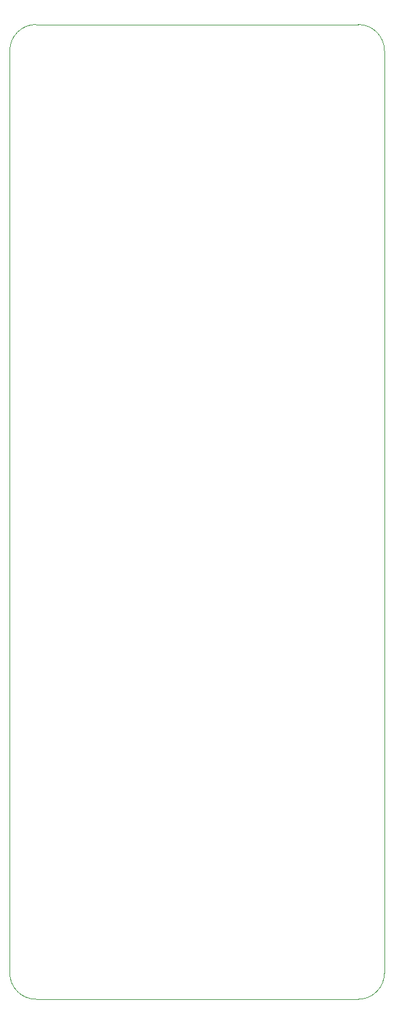
<source format=gbr>
%TF.GenerationSoftware,KiCad,Pcbnew,7.0.6*%
%TF.CreationDate,2024-02-09T06:01:19-06:00*%
%TF.ProjectId,BPS-LeaderDaughter,4250532d-4c65-4616-9465-724461756768,rev?*%
%TF.SameCoordinates,Original*%
%TF.FileFunction,Profile,NP*%
%FSLAX46Y46*%
G04 Gerber Fmt 4.6, Leading zero omitted, Abs format (unit mm)*
G04 Created by KiCad (PCBNEW 7.0.6) date 2024-02-09 06:01:19*
%MOMM*%
%LPD*%
G01*
G04 APERTURE LIST*
%TA.AperFunction,Profile*%
%ADD10C,0.100000*%
%TD*%
G04 APERTURE END LIST*
D10*
X177100000Y-152100000D02*
X177100000Y-29100000D01*
X130600000Y-155600000D02*
X173600000Y-155600000D01*
X173600000Y-25600000D02*
X130600000Y-25600000D01*
X130600000Y-25600000D02*
G75*
G03*
X127100000Y-29100000I0J-3500000D01*
G01*
X173600000Y-155600000D02*
G75*
G03*
X177100000Y-152100000I0J3500000D01*
G01*
X127100000Y-29100000D02*
X127100000Y-152100000D01*
X127100000Y-152100000D02*
G75*
G03*
X130600000Y-155600000I3500000J0D01*
G01*
X177100000Y-29100000D02*
G75*
G03*
X173600000Y-25600000I-3500000J0D01*
G01*
M02*

</source>
